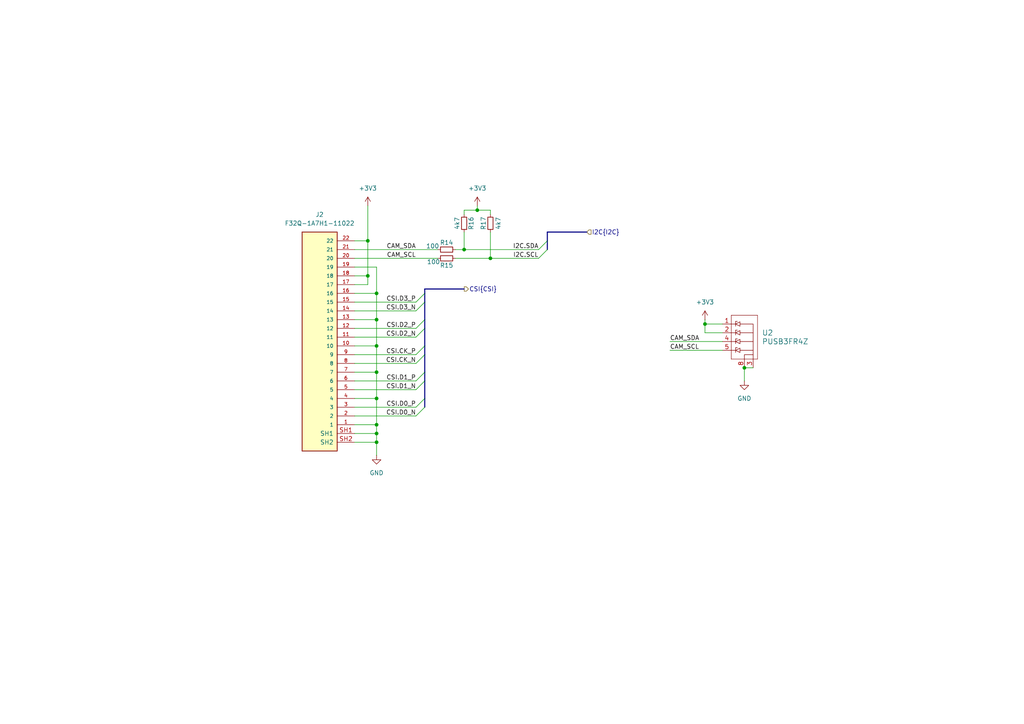
<source format=kicad_sch>
(kicad_sch (version 20231120) (generator "eeschema") (generator_version "8.0")
  (paper "A4")
  (lib_symbols
    (symbol "CameraServer_Symbols:F32Q-1A7H1-11022" (pin_names (offset 1.016))
      (property "Reference" "J" (at -1.27 35.56 0))
      (property "Value" "F32Q-1A7H1-11022" (at -5.08 -30.48 0))
      (symbol "F32Q-1A7H1-11022_0_0"
        (rectangle (start -5.08 35.56) (end 5.08 -27.94) (stroke (width 0.254)) (fill (type background)))
        (pin passive line (at -10.16 27.94 0) (length 5.08) (name "1") (number "1"))
        (pin passive line (at -10.16 5.08 0) (length 5.08) (name "10") (number "10"))
        (pin passive line (at -10.16 2.54 0) (length 5.08) (name "11") (number "11"))
        (pin passive line (at -10.16 0 0) (length 5.08) (name "12") (number "12"))
        (pin passive line (at -10.16 -2.54 0) (length 5.08) (name "13") (number "13"))
        (pin passive line (at -10.16 -5.08 0) (length 5.08) (name "14") (number "14"))
        (pin passive line (at -10.16 -7.62 0) (length 5.08) (name "15") (number "15"))
        (pin passive line (at -10.16 -10.16 0) (length 5.08) (name "16") (number "16"))
        (pin passive line (at -10.16 -12.7 0) (length 5.08) (name "17") (number "17"))
        (pin passive line (at -10.16 -15.24 0) (length 5.08) (name "18") (number "18"))
        (pin passive line (at -10.16 -17.78 0) (length 5.08) (name "19") (number "19"))
        (pin passive line (at -10.16 25.4 0) (length 5.08) (name "2") (number "2"))
        (pin passive line (at -10.16 -20.32 0) (length 5.08) (name "20") (number "20"))
        (pin passive line (at -10.16 -22.86 0) (length 5.08) (name "21") (number "21"))
        (pin passive line (at -10.16 -25.4 0) (length 5.08) (name "22") (number "22"))
        (pin passive line (at -10.16 22.86 0) (length 5.08) (name "3") (number "3"))
        (pin passive line (at -10.16 20.32 0) (length 5.08) (name "4") (number "4"))
        (pin passive line (at -10.16 17.78 0) (length 5.08) (name "5") (number "5"))
        (pin passive line (at -10.16 15.24 0) (length 5.08) (name "6") (number "6"))
        (pin passive line (at -10.16 12.7 0) (length 5.08) (name "7") (number "7"))
        (pin passive line (at -10.16 10.16 0) (length 5.08) (name "8") (number "8"))
        (pin passive line (at -10.16 7.62 0) (length 5.08) (name "9") (number "9"))
      )
      (symbol "F32Q-1A7H1-11022_1_1"
        (pin passive line (at -10.16 30.48 0) (length 5.08) (name "SH1") (number "SH1"))
        (pin passive line (at -10.16 33.02 0) (length 5.08) (name "SH2") (number "SH2"))
      )
    )
    (symbol "CameraServer_Symbols:PUSB3FR4Z" (pin_names (offset 0.254))
      (property "Reference" "U" (at 0 10.16 0))
      (property "Value" "PUSB3FR4Z" (at 0 7.874 0))
      (symbol "PUSB3FR4Z_0_1"
        (polyline (pts (xy -3.81 -6.35) (xy 3.81 -6.35)) (stroke (width 0.127)))
        (polyline (pts (xy -3.81 -3.81) (xy -2.54 -3.81)))
        (polyline (pts (xy -3.81 -1.27) (xy -2.54 -1.27)))
        (polyline (pts (xy -3.81 1.27) (xy -2.54 1.27)))
        (polyline (pts (xy -3.81 3.81) (xy -2.54 3.81)))
        (polyline (pts (xy -3.81 6.35) (xy -3.81 -6.35)) (stroke (width 0.127)))
        (polyline (pts (xy -2.54 -3.81) (xy -2.54 -4.445)))
        (polyline (pts (xy -2.54 -3.048) (xy -2.54 -3.81)))
        (polyline (pts (xy -2.54 -3.048) (xy -2.032 -3.048)))
        (polyline (pts (xy -2.54 -1.27) (xy -2.54 -1.905)))
        (polyline (pts (xy -2.54 -0.508) (xy -2.54 -1.27)))
        (polyline (pts (xy -2.54 -0.508) (xy -2.032 -0.508)))
        (polyline (pts (xy -2.54 1.27) (xy -2.54 0.635)))
        (polyline (pts (xy -2.54 2.032) (xy -2.54 1.27)))
        (polyline (pts (xy -2.54 2.032) (xy -2.032 2.032)))
        (polyline (pts (xy -2.54 3.81) (xy -2.54 3.175)))
        (polyline (pts (xy -2.54 4.572) (xy -2.54 3.81)))
        (polyline (pts (xy -2.54 4.572) (xy -2.032 4.572)))
        (polyline (pts (xy -1.27 -3.81) (xy 2.54 -3.81)))
        (polyline (pts (xy -1.27 -1.27) (xy 2.54 -1.27)))
        (polyline (pts (xy -1.27 1.27) (xy 2.54 1.27)))
        (polyline (pts (xy 3.81 -6.35) (xy 3.81 6.35)) (stroke (width 0.127)))
        (polyline (pts (xy 3.81 6.35) (xy -3.81 6.35)) (stroke (width 0.127)))
        (polyline (pts (xy -1.27 3.81) (xy 2.54 3.81) (xy 2.54 -6.35)))
        (polyline (pts (xy 0 -6.35) (xy 0 -5.08) (xy 2.54 -5.08)))
        (polyline (pts (xy -2.54 -3.81) (xy -1.27 -3.175) (xy -1.27 -4.445) (xy -2.54 -3.81)))
        (polyline (pts (xy -2.54 -1.27) (xy -1.27 -0.635) (xy -1.27 -1.905) (xy -2.54 -1.27)))
        (polyline (pts (xy -2.54 1.27) (xy -1.27 1.905) (xy -1.27 0.635) (xy -2.54 1.27)))
        (polyline (pts (xy -2.54 3.81) (xy -1.27 4.445) (xy -1.27 3.175) (xy -2.54 3.81)))
      )
      (symbol "PUSB3FR4Z_1_1"
        (pin bidirectional line (at -6.35 3.81 0) (length 2.54) (name "") (number "1"))
        (pin bidirectional line (at -6.35 1.27 0) (length 2.54) (name "") (number "2"))
        (pin power_out line (at 2.54 -8.89 90) (length 2.54) (name "") (number "3"))
        (pin bidirectional line (at -6.35 -1.27 0) (length 2.54) (name "") (number "4"))
        (pin bidirectional line (at -6.35 -3.81 0) (length 2.54) (name "") (number "5"))
        (pin power_out line (at 0 -8.89 90) (length 2.54) (name "") (number "8"))
      )
    )
    (symbol "Device:R_Small" (pin_numbers hide) (pin_names (offset 0.254) hide)
      (property "Reference" "R" (at 0.762 0.508 0))
      (property "Value" "R_Small" (at 0.762 -1.016 0))
      (symbol "R_Small_0_1"
        (rectangle (start -0.762 1.778) (end 0.762 -1.778) (stroke (width 0.2032)))
      )
      (symbol "R_Small_1_1"
        (pin passive line (at 0 2.54 270) (length 0.762) (name "~") (number "1"))
        (pin passive line (at 0 -2.54 90) (length 0.762) (name "~") (number "2"))
      )
    )
    (symbol "power:+3V3" (power) (pin_numbers hide) (pin_names (offset 0) hide)
      (property "Value" "+3V3" (at 0 3.556 0))
      (symbol "+3V3_0_1"
        (polyline (pts (xy -0.762 1.27) (xy 0 2.54)))
        (polyline (pts (xy 0 0) (xy 0 2.54)))
        (polyline (pts (xy 0 2.54) (xy 0.762 1.27)))
      )
      (symbol "+3V3_1_1"
        (pin power_in line (at 0 0 90) (length 0) (name "~") (number "1"))
      )
    )
    (symbol "power:GND" (power) (pin_numbers hide) (pin_names (offset 0) hide)
      (property "Value" "GND" (at 0 -3.81 0))
      (symbol "GND_0_1"
        (polyline (pts (xy 0 0) (xy 0 -1.27) (xy 1.27 -1.27) (xy 0 -2.54) (xy -1.27 -1.27) (xy 0 -1.27)))
      )
      (symbol "GND_1_1"
        (pin power_in line (at 0 0 270) (length 0) (name "~") (number "1"))
      )
    )
  )
  (junction (at 106.68 69.85))
  (junction (at 109.22 92.71))
  (junction (at 138.43 60.96))
  (junction (at 215.9 106.68))
  (junction (at 109.22 123.19))
  (junction (at 109.22 100.33))
  (junction (at 109.22 115.57))
  (junction (at 134.62 72.39))
  (junction (at 109.22 107.95))
  (junction (at 106.68 80.01))
  (junction (at 142.24 74.93))
  (junction (at 109.22 85.09))
  (junction (at 109.22 128.27))
  (junction (at 109.22 125.73))
  (junction (at 204.47 93.98))
  (bus_entry (at 123.19 118.11) (size -2.54 2.54))
  (bus_entry (at 123.19 87.63) (size -2.54 2.54))
  (bus_entry (at 123.19 92.71) (size -2.54 2.54))
  (bus_entry (at 123.19 115.57) (size -2.54 2.54))
  (bus_entry (at 123.19 95.25) (size -2.54 2.54))
  (bus_entry (at 123.19 107.95) (size -2.54 2.54))
  (bus_entry (at 158.75 69.85) (size -2.54 2.54))
  (bus_entry (at 123.19 110.49) (size -2.54 2.54))
  (bus_entry (at 123.19 85.09) (size -2.54 2.54))
  (bus_entry (at 123.19 102.87) (size -2.54 2.54))
  (bus_entry (at 158.75 72.39) (size -2.54 2.54))
  (bus_entry (at 123.19 100.33) (size -2.54 2.54))
  (wire (pts (xy 109.22 107.95) (xy 109.22 115.57)))
  (wire (pts (xy 142.24 62.23) (xy 142.24 60.96)))
  (wire (pts (xy 102.87 125.73) (xy 109.22 125.73)))
  (wire (pts (xy 106.68 69.85) (xy 106.68 80.01)))
  (bus (pts (xy 123.19 102.87) (xy 123.19 107.95)))
  (wire (pts (xy 142.24 60.96) (xy 138.43 60.96)))
  (bus (pts (xy 123.19 107.95) (xy 123.19 110.49)))
  (wire (pts (xy 106.68 80.01) (xy 106.68 82.55)))
  (wire (pts (xy 204.47 93.98) (xy 209.55 93.98)))
  (wire (pts (xy 102.87 87.63) (xy 120.65 87.63)))
  (wire (pts (xy 102.87 95.25) (xy 120.65 95.25)))
  (wire (pts (xy 215.9 106.68) (xy 218.44 106.68)))
  (wire (pts (xy 102.87 107.95) (xy 109.22 107.95)))
  (wire (pts (xy 109.22 77.47) (xy 109.22 85.09)))
  (wire (pts (xy 102.87 80.01) (xy 106.68 80.01)))
  (wire (pts (xy 102.87 92.71) (xy 109.22 92.71)))
  (wire (pts (xy 102.87 113.03) (xy 120.65 113.03)))
  (wire (pts (xy 102.87 82.55) (xy 106.68 82.55)))
  (wire (pts (xy 102.87 97.79) (xy 120.65 97.79)))
  (wire (pts (xy 134.62 60.96) (xy 138.43 60.96)))
  (wire (pts (xy 109.22 132.08) (xy 109.22 128.27)))
  (wire (pts (xy 132.08 74.93) (xy 142.24 74.93)))
  (wire (pts (xy 102.87 77.47) (xy 109.22 77.47)))
  (wire (pts (xy 194.31 99.06) (xy 209.55 99.06)))
  (wire (pts (xy 102.87 115.57) (xy 109.22 115.57)))
  (wire (pts (xy 138.43 60.96) (xy 138.43 59.69)))
  (wire (pts (xy 102.87 105.41) (xy 120.65 105.41)))
  (wire (pts (xy 109.22 125.73) (xy 109.22 123.19)))
  (wire (pts (xy 106.68 59.69) (xy 106.68 69.85)))
  (wire (pts (xy 109.22 85.09) (xy 109.22 92.71)))
  (wire (pts (xy 102.87 72.39) (xy 127 72.39)))
  (wire (pts (xy 109.22 92.71) (xy 109.22 100.33)))
  (wire (pts (xy 106.68 69.85) (xy 102.87 69.85)))
  (wire (pts (xy 134.62 72.39) (xy 156.21 72.39)))
  (wire (pts (xy 102.87 90.17) (xy 120.65 90.17)))
  (bus (pts (xy 123.19 110.49) (xy 123.19 115.57)))
  (bus (pts (xy 170.18 67.31) (xy 158.75 67.31)))
  (wire (pts (xy 215.9 106.68) (xy 215.9 110.49)))
  (wire (pts (xy 109.22 100.33) (xy 109.22 107.95)))
  (wire (pts (xy 134.62 67.31) (xy 134.62 72.39)))
  (bus (pts (xy 158.75 67.31) (xy 158.75 69.85)))
  (wire (pts (xy 194.31 101.6) (xy 209.55 101.6)))
  (wire (pts (xy 132.08 72.39) (xy 134.62 72.39)))
  (wire (pts (xy 102.87 110.49) (xy 120.65 110.49)))
  (wire (pts (xy 142.24 74.93) (xy 142.24 67.31)))
  (wire (pts (xy 102.87 123.19) (xy 109.22 123.19)))
  (wire (pts (xy 102.87 74.93) (xy 127 74.93)))
  (wire (pts (xy 109.22 115.57) (xy 109.22 123.19)))
  (bus (pts (xy 158.75 69.85) (xy 158.75 72.39)))
  (wire (pts (xy 102.87 118.11) (xy 120.65 118.11)))
  (bus (pts (xy 123.19 100.33) (xy 123.19 102.87)))
  (wire (pts (xy 204.47 92.71) (xy 204.47 93.98)))
  (bus (pts (xy 123.19 95.25) (xy 123.19 100.33)))
  (wire (pts (xy 102.87 128.27) (xy 109.22 128.27)))
  (bus (pts (xy 123.19 115.57) (xy 123.19 118.11)))
  (wire (pts (xy 209.55 96.52) (xy 204.47 96.52)))
  (bus (pts (xy 123.19 85.09) (xy 123.19 83.82)))
  (bus (pts (xy 123.19 92.71) (xy 123.19 95.25)))
  (wire (pts (xy 102.87 102.87) (xy 120.65 102.87)))
  (wire (pts (xy 204.47 96.52) (xy 204.47 93.98)))
  (wire (pts (xy 142.24 74.93) (xy 156.21 74.93)))
  (wire (pts (xy 134.62 62.23) (xy 134.62 60.96)))
  (wire (pts (xy 102.87 85.09) (xy 109.22 85.09)))
  (bus (pts (xy 123.19 83.82) (xy 134.62 83.82)))
  (bus (pts (xy 123.19 87.63) (xy 123.19 92.71)))
  (bus (pts (xy 123.19 85.09) (xy 123.19 87.63)))
  (wire (pts (xy 102.87 120.65) (xy 120.65 120.65)))
  (wire (pts (xy 102.87 100.33) (xy 109.22 100.33)))
  (wire (pts (xy 109.22 128.27) (xy 109.22 125.73)))
  (label "CAM_SDA" (at 194.31 99.06 0))
  (label "CSI.CK_N" (at 120.65 105.41 180))
  (label "CSI.D3_P" (at 120.65 87.63 180))
  (label "CSI.D2_N" (at 120.65 97.79 180))
  (label "CSI.CK_P" (at 120.65 102.87 180))
  (label "CAM_SDA" (at 120.65 72.39 180))
  (label "CSI.D0_P" (at 120.65 118.11 180))
  (label "CAM_SCL" (at 194.31 101.6 0))
  (label "CSI.D1_P" (at 120.65 110.49 180))
  (label "CSI.D0_N" (at 120.65 120.65 180))
  (label "CSI.D1_N" (at 120.65 113.03 180))
  (label "CAM_SCL" (at 120.65 74.93 180))
  (label "CSI.D2_P" (at 120.65 95.25 180))
  (label "CSI.D3_N" (at 120.65 90.17 180))
  (label "I2C.SDA" (at 156.21 72.39 180))
  (label "I2C.SCL" (at 156.21 74.93 180))
  (hierarchical_label "CSI{CSI}" (shape output) (at 134.62 83.82 0))
  (hierarchical_label "I2C{I2C}" (shape input) (at 170.18 67.31 0))
  (symbol (lib_id "CameraServer_Symbols:PUSB3FR4Z") (at 215.9 97.79 0) (unit 1)
    (property "Reference" "U2" (at 220.98 96.5199 0) (effects (font (size 1.524 1.524)) (justify left)))
    (property "Value" "PUSB3FR4Z" (at 220.98 99.0599 0) (effects (font (size 1.524 1.524)) (justify left)))
    (property "Footprint" "CameraServer_Footprints:PUSB3FR4Z" (effects (hide yes)))
    (property "Datasheet" "PUSB3FR4Z" (effects (hide yes)))
  )
  (symbol (lib_id "power:+3V3") (at 138.43 59.69 0) (unit 1)
    (property "Reference" "#PWR026" (effects (hide yes)))
    (property "Value" "+3V3" (at 138.43 54.61 0))
    (property "Description" "Power symbol creates a global label with name \"+3V3\"" (effects (hide yes)))
  )
  (symbol (lib_id "power:+3V3") (at 204.47 92.71 0) (unit 1)
    (property "Reference" "#PWR025" (effects (hide yes)))
    (property "Value" "+3V3" (at 204.47 87.63 0))
    (property "Description" "Power symbol creates a global label with name \"+3V3\"" (effects (hide yes)))
  )
  (symbol (lib_id "Device:R_Small") (at 142.24 64.77 180) (unit 1)
    (property "Reference" "R17" (at 140.208 64.77 90))
    (property "Value" "4k7" (at 144.526 64.77 90))
    (property "Footprint" "Resistor_SMD:R_0402_1005Metric_Pad0.72x0.64mm_HandSolder" (effects (hide yes)))
    (property "Datasheet" "https://www.yageo.com/upload/media/product/products/datasheet/rchip/PYu-RC_Group_51_RoHS_L_12.pdf" (effects (hide yes)))
    (property "Description" "Resistor, small symbol" (effects (hide yes)))
  )
  (symbol (lib_id "power:GND") (at 109.22 132.08 0) (unit 1)
    (property "Reference" "#PWR022" (effects (hide yes)))
    (property "Value" "GND" (at 109.22 137.16 0))
    (property "Description" "Power symbol creates a global label with name \"GND\" , ground" (effects (hide yes)))
  )
  (symbol (lib_id "Device:R_Small") (at 129.54 72.39 90) (unit 1)
    (property "Reference" "R14" (at 129.54 70.358 90))
    (property "Value" "100" (at 125.476 71.374 90))
    (property "Footprint" "Resistor_SMD:R_0402_1005Metric_Pad0.72x0.64mm_HandSolder" (effects (hide yes)))
    (property "Datasheet" "https://www.yageo.com/upload/media/product/products/datasheet/rchip/PYu-RC_Group_51_RoHS_L_12.pdf" (effects (hide yes)))
    (property "Description" "Resistor, small symbol" (effects (hide yes)))
  )
  (symbol (lib_id "CameraServer_Symbols:F32Q-1A7H1-11022") (at 92.71 95.25 180) (unit 1)
    (property "Reference" "J2" (at 92.71 62.23 0))
    (property "Value" "F32Q-1A7H1-11022" (at 92.71 64.77 0))
    (property "Footprint" "CameraServer_Footprints:F32Q-1A7H1-11022" (effects (hide yes)))
    (property "Datasheet" "https://cdn.amphenol-cs.com/media/wysiwyg/files/documentation/datasheet/flex/ffc_fpc_050mm_f32r_f32q.pdf" (effects (hide yes)))
    (property "PARTREV" "D" (effects (hide yes)))
    (property "STANDARD" "Manufacturer Recommendations" (effects (hide yes)))
    (property "MAXIMUM_PACKAGE_HEIGHT" "2mm" (effects (hide yes)))
    (property "MANUFACTURER" "Amphenol" (effects (hide yes)))
  )
  (symbol (lib_id "Device:R_Small") (at 129.54 74.93 90) (unit 1)
    (property "Reference" "R15" (at 129.54 76.962 90))
    (property "Value" "100" (at 125.73 75.946 90))
    (property "Footprint" "Resistor_SMD:R_0402_1005Metric_Pad0.72x0.64mm_HandSolder" (effects (hide yes)))
    (property "Datasheet" "https://www.yageo.com/upload/media/product/products/datasheet/rchip/PYu-RC_Group_51_RoHS_L_12.pdf" (effects (hide yes)))
    (property "Description" "Resistor, small symbol" (effects (hide yes)))
  )
  (symbol (lib_id "power:GND") (at 215.9 110.49 0) (unit 1)
    (property "Reference" "#PWR024" (effects (hide yes)))
    (property "Value" "GND" (at 215.9 115.57 0))
    (property "Description" "Power symbol creates a global label with name \"GND\" , ground" (effects (hide yes)))
  )
  (symbol (lib_id "Device:R_Small") (at 134.62 64.77 180) (unit 1)
    (property "Reference" "R16" (at 136.652 64.77 90))
    (property "Value" "4k7" (at 132.588 64.77 90))
    (property "Footprint" "Resistor_SMD:R_0402_1005Metric_Pad0.72x0.64mm_HandSolder" (effects (hide yes)))
    (property "Datasheet" "https://www.yageo.com/upload/media/product/products/datasheet/rchip/PYu-RC_Group_51_RoHS_L_12.pdf" (effects (hide yes)))
    (property "Description" "Resistor, small symbol" (effects (hide yes)))
  )
  (symbol (lib_id "power:+3V3") (at 106.68 59.69 0) (unit 1)
    (property "Reference" "#PWR023" (effects (hide yes)))
    (property "Value" "+3V3" (at 106.68 54.61 0))
    (property "Description" "Power symbol creates a global label with name \"+3V3\"" (effects (hide yes)))
  )
)
</source>
